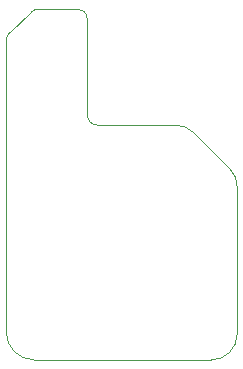
<source format=gbr>
%TF.GenerationSoftware,KiCad,Pcbnew,8.99.0-344-gfbc433deaa*%
%TF.CreationDate,2024-03-17T11:59:04-04:00*%
%TF.ProjectId,AVEFlex,41564546-6c65-4782-9e6b-696361645f70,rev?*%
%TF.SameCoordinates,Original*%
%TF.FileFunction,Profile,NP*%
%FSLAX46Y46*%
G04 Gerber Fmt 4.6, Leading zero omitted, Abs format (unit mm)*
G04 Created by KiCad (PCBNEW 8.99.0-344-gfbc433deaa) date 2024-03-17 11:59:04*
%MOMM*%
%LPD*%
G01*
G04 APERTURE LIST*
%TA.AperFunction,Profile*%
%ADD10C,0.050000*%
%TD*%
G04 APERTURE END LIST*
D10*
X145579358Y-90945934D02*
X145580904Y-96563059D01*
X138721361Y-92860731D02*
G75*
G02*
X139033593Y-92134753I1000039J31D01*
G01*
X141102111Y-119862597D02*
X156111339Y-119862603D01*
X141532833Y-90144603D02*
X144778020Y-90144597D01*
X140845089Y-90418650D02*
G75*
G02*
X141532833Y-90144625I687711J-725950D01*
G01*
X138721361Y-117481847D02*
X138721361Y-92860731D01*
X154548692Y-100577847D02*
X157695042Y-103724197D01*
X145796011Y-99699166D02*
G75*
G02*
X145580931Y-99179853I519289J519266D01*
G01*
X158279361Y-117694581D02*
G75*
G02*
X156111339Y-119862661I-2168061J-19D01*
G01*
X141102111Y-119862597D02*
G75*
G02*
X138721303Y-117481847I-11J2380797D01*
G01*
X153134476Y-99992059D02*
G75*
G02*
X154548713Y-100577827I24J-2000041D01*
G01*
X146503117Y-99992060D02*
G75*
G02*
X145796010Y-99699167I-17J999960D01*
G01*
X139033617Y-92134778D02*
X140845089Y-90418650D01*
X145580904Y-96563059D02*
X145580904Y-99179853D01*
X146503117Y-99992059D02*
X153134476Y-99992059D01*
X158280826Y-105145297D02*
X158279361Y-117694581D01*
X157695042Y-103724197D02*
G75*
G02*
X158280801Y-105145297I-1414242J-1414203D01*
G01*
X144778020Y-90144597D02*
G75*
G02*
X145579303Y-90945933I-20J-801303D01*
G01*
M02*

</source>
